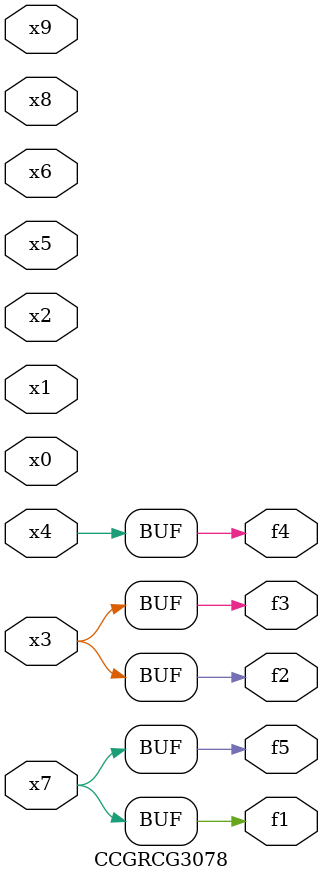
<source format=v>
module CCGRCG3078(
	input x0, x1, x2, x3, x4, x5, x6, x7, x8, x9,
	output f1, f2, f3, f4, f5
);
	assign f1 = x7;
	assign f2 = x3;
	assign f3 = x3;
	assign f4 = x4;
	assign f5 = x7;
endmodule

</source>
